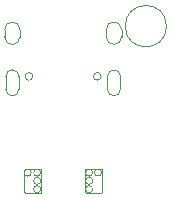
<source format=gbr>
%TF.GenerationSoftware,KiCad,Pcbnew,8.0.4*%
%TF.CreationDate,2024-08-22T18:58:07-07:00*%
%TF.ProjectId,UDB,5544422e-6b69-4636-9164-5f7063625858,C4-RC1*%
%TF.SameCoordinates,Original*%
%TF.FileFunction,AssemblyDrawing,Bot*%
%FSLAX46Y46*%
G04 Gerber Fmt 4.6, Leading zero omitted, Abs format (unit mm)*
G04 Created by KiCad (PCBNEW 8.0.4) date 2024-08-22 18:58:07*
%MOMM*%
%LPD*%
G01*
G04 APERTURE LIST*
%ADD10C,0.100000*%
%ADD11C,0.100000*%
%TD*%
G04 APERTURE END LIST*
D10*
X83754500Y-58543000D02*
G75*
G02*
X80254500Y-58543000I-1750000J0D01*
G01*
X80254500Y-58543000D02*
G75*
G02*
X83754500Y-58543000I1750000J0D01*
G01*
X78254500Y-70943000D02*
G75*
G02*
X77654500Y-70943000I-300000J0D01*
G01*
X77654500Y-70943000D02*
G75*
G02*
X78254500Y-70943000I300000J0D01*
G01*
D11*
D10*
X76854500Y-70743000D02*
X76862112Y-70704732D01*
X76883789Y-70672289D01*
X76916232Y-70650612D01*
X76954500Y-70643000D01*
X78204500Y-70643000D01*
X78242768Y-70650612D01*
X78275211Y-70672289D01*
X78296888Y-70704732D01*
X78304500Y-70743000D01*
X78304500Y-72543000D01*
X78296888Y-72581268D01*
X78275211Y-72613711D01*
X78242768Y-72635388D01*
X78204500Y-72643000D01*
X76954500Y-72643000D01*
X76916232Y-72635388D01*
X76883789Y-72613711D01*
X76862112Y-72581268D01*
X76854500Y-72543000D01*
X76854500Y-70743000D01*
X77504500Y-72343000D02*
G75*
G02*
X76904500Y-72343000I-300000J0D01*
G01*
X76904500Y-72343000D02*
G75*
G02*
X77504500Y-72343000I300000J0D01*
G01*
X77504500Y-71643000D02*
G75*
G02*
X76904500Y-71643000I-300000J0D01*
G01*
X76904500Y-71643000D02*
G75*
G02*
X77504500Y-71643000I300000J0D01*
G01*
X77504500Y-70943000D02*
G75*
G02*
X76904500Y-70943000I-300000J0D01*
G01*
X76904500Y-70943000D02*
G75*
G02*
X77504500Y-70943000I300000J0D01*
G01*
X73104500Y-72343000D02*
G75*
G02*
X72504500Y-72343000I-300000J0D01*
G01*
X72504500Y-72343000D02*
G75*
G02*
X73104500Y-72343000I300000J0D01*
G01*
X73104500Y-71643000D02*
G75*
G02*
X72504500Y-71643000I-300000J0D01*
G01*
X72504500Y-71643000D02*
G75*
G02*
X73104500Y-71643000I300000J0D01*
G01*
X73104500Y-70943000D02*
G75*
G02*
X72504500Y-70943000I-300000J0D01*
G01*
X72504500Y-70943000D02*
G75*
G02*
X73104500Y-70943000I300000J0D01*
G01*
D11*
D10*
X71704500Y-70743000D02*
X71712112Y-70704732D01*
X71733789Y-70672289D01*
X71766232Y-70650612D01*
X71804500Y-70643000D01*
X73054500Y-70643000D01*
X73092768Y-70650612D01*
X73125211Y-70672289D01*
X73146888Y-70704732D01*
X73154500Y-70743000D01*
X73154500Y-72543000D01*
X73146888Y-72581268D01*
X73125211Y-72613711D01*
X73092768Y-72635388D01*
X73054500Y-72643000D01*
X71804500Y-72643000D01*
X71766232Y-72635388D01*
X71733789Y-72613711D01*
X71712112Y-72581268D01*
X71704500Y-72543000D01*
X71704500Y-70743000D01*
X72304500Y-70943000D02*
G75*
G02*
X71704500Y-70943000I-300000J0D01*
G01*
X71704500Y-70943000D02*
G75*
G02*
X72304500Y-70943000I300000J0D01*
G01*
X71352500Y-59443000D02*
X71352500Y-58843000D01*
X70052500Y-58843000D02*
G75*
G02*
X71352500Y-58843000I650000J0D01*
G01*
X70052500Y-58843000D02*
X70052500Y-59443000D01*
X70052500Y-59443000D02*
G75*
G03*
X71352500Y-59443000I650000J0D01*
G01*
X71252500Y-63893000D02*
X71252500Y-62793000D01*
X70152500Y-62793000D02*
G75*
G02*
X71252500Y-62793000I550000J0D01*
G01*
X70152500Y-62793000D02*
X70152500Y-63893000D01*
X70152500Y-63893000D02*
G75*
G03*
X71252500Y-63893000I550000J0D01*
G01*
X79952500Y-59443000D02*
X79952500Y-58843000D01*
X78652500Y-58843000D02*
G75*
G02*
X79952500Y-58843000I650000J0D01*
G01*
X78652500Y-58843000D02*
X78652500Y-59443000D01*
X78652500Y-59443000D02*
G75*
G03*
X79952500Y-59443000I650000J0D01*
G01*
X79852500Y-63893000D02*
X79852500Y-62793000D01*
X78752500Y-62793000D02*
G75*
G02*
X79852500Y-62793000I550000J0D01*
G01*
X78752500Y-62793000D02*
X78752500Y-63893000D01*
X78752500Y-63893000D02*
G75*
G03*
X79852500Y-63893000I550000J0D01*
G01*
X72437500Y-62792000D02*
G75*
G02*
X71787500Y-62792000I-325000J0D01*
G01*
X71787500Y-62792000D02*
G75*
G02*
X72437500Y-62792000I325000J0D01*
G01*
X78217500Y-62792000D02*
G75*
G02*
X77567500Y-62792000I-325000J0D01*
G01*
X77567500Y-62792000D02*
G75*
G02*
X78217500Y-62792000I325000J0D01*
G01*
M02*

</source>
